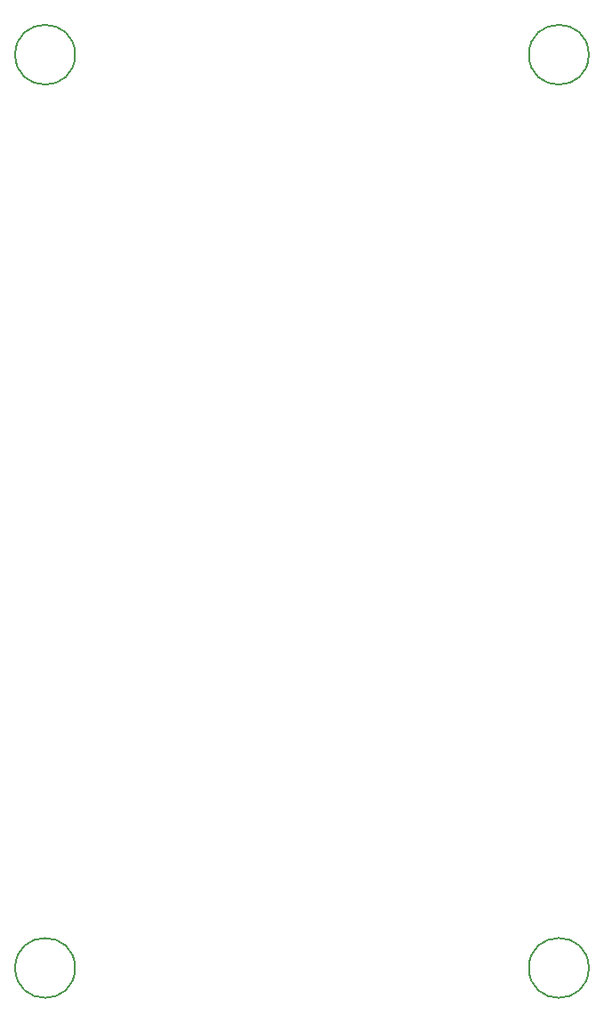
<source format=gbr>
%TF.GenerationSoftware,KiCad,Pcbnew,9.0.2*%
%TF.CreationDate,2025-07-10T18:48:57+01:00*%
%TF.ProjectId,Temperature-Controller,54656d70-6572-4617-9475-72652d436f6e,rev?*%
%TF.SameCoordinates,Original*%
%TF.FileFunction,Other,Comment*%
%FSLAX46Y46*%
G04 Gerber Fmt 4.6, Leading zero omitted, Abs format (unit mm)*
G04 Created by KiCad (PCBNEW 9.0.2) date 2025-07-10 18:48:57*
%MOMM*%
%LPD*%
G01*
G04 APERTURE LIST*
%ADD10C,0.150000*%
G04 APERTURE END LIST*
D10*
%TO.C,H3*%
X169855000Y-128905000D02*
G75*
G02*
X164155000Y-128905000I-2850000J0D01*
G01*
X164155000Y-128905000D02*
G75*
G02*
X169855000Y-128905000I2850000J0D01*
G01*
%TO.C,H2*%
X218750000Y-41910000D02*
G75*
G02*
X213050000Y-41910000I-2850000J0D01*
G01*
X213050000Y-41910000D02*
G75*
G02*
X218750000Y-41910000I2850000J0D01*
G01*
%TO.C,H1*%
X169855000Y-41910000D02*
G75*
G02*
X164155000Y-41910000I-2850000J0D01*
G01*
X164155000Y-41910000D02*
G75*
G02*
X169855000Y-41910000I2850000J0D01*
G01*
%TO.C,H4*%
X218750000Y-128905000D02*
G75*
G02*
X213050000Y-128905000I-2850000J0D01*
G01*
X213050000Y-128905000D02*
G75*
G02*
X218750000Y-128905000I2850000J0D01*
G01*
%TD*%
M02*

</source>
